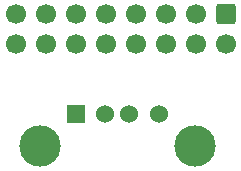
<source format=gbr>
%TF.GenerationSoftware,KiCad,Pcbnew,8.0.5*%
%TF.CreationDate,2024-12-20T11:35:24+13:00*%
%TF.ProjectId,eurorack_to_usb_passive,6575726f-7261-4636-9b5f-746f5f757362,rev?*%
%TF.SameCoordinates,Original*%
%TF.FileFunction,Soldermask,Bot*%
%TF.FilePolarity,Negative*%
%FSLAX46Y46*%
G04 Gerber Fmt 4.6, Leading zero omitted, Abs format (unit mm)*
G04 Created by KiCad (PCBNEW 8.0.5) date 2024-12-20 11:35:24*
%MOMM*%
%LPD*%
G01*
G04 APERTURE LIST*
G04 Aperture macros list*
%AMRoundRect*
0 Rectangle with rounded corners*
0 $1 Rounding radius*
0 $2 $3 $4 $5 $6 $7 $8 $9 X,Y pos of 4 corners*
0 Add a 4 corners polygon primitive as box body*
4,1,4,$2,$3,$4,$5,$6,$7,$8,$9,$2,$3,0*
0 Add four circle primitives for the rounded corners*
1,1,$1+$1,$2,$3*
1,1,$1+$1,$4,$5*
1,1,$1+$1,$6,$7*
1,1,$1+$1,$8,$9*
0 Add four rect primitives between the rounded corners*
20,1,$1+$1,$2,$3,$4,$5,0*
20,1,$1+$1,$4,$5,$6,$7,0*
20,1,$1+$1,$6,$7,$8,$9,0*
20,1,$1+$1,$8,$9,$2,$3,0*%
G04 Aperture macros list end*
%ADD10R,1.524000X1.524000*%
%ADD11C,1.524000*%
%ADD12C,3.500000*%
%ADD13RoundRect,0.250000X-0.600000X0.600000X-0.600000X-0.600000X0.600000X-0.600000X0.600000X0.600000X0*%
%ADD14C,1.700000*%
G04 APERTURE END LIST*
D10*
%TO.C,J2*%
X145210000Y-87910000D03*
D11*
X147710000Y-87910000D03*
X149710000Y-87910000D03*
X152210000Y-87910000D03*
D12*
X142140000Y-90620000D03*
X155280000Y-90620000D03*
%TD*%
D13*
%TO.C,J1*%
X157900000Y-79450000D03*
D14*
X157900000Y-81990000D03*
X155360000Y-79450000D03*
X155360000Y-81990000D03*
X152820000Y-79450000D03*
X152820000Y-81990000D03*
X150280000Y-79450000D03*
X150280000Y-81990000D03*
X147740000Y-79450000D03*
X147740000Y-81990000D03*
X145200000Y-79450000D03*
X145200000Y-81990000D03*
X142660000Y-79450000D03*
X142660000Y-81990000D03*
X140120000Y-79450000D03*
X140120000Y-81990000D03*
%TD*%
M02*

</source>
